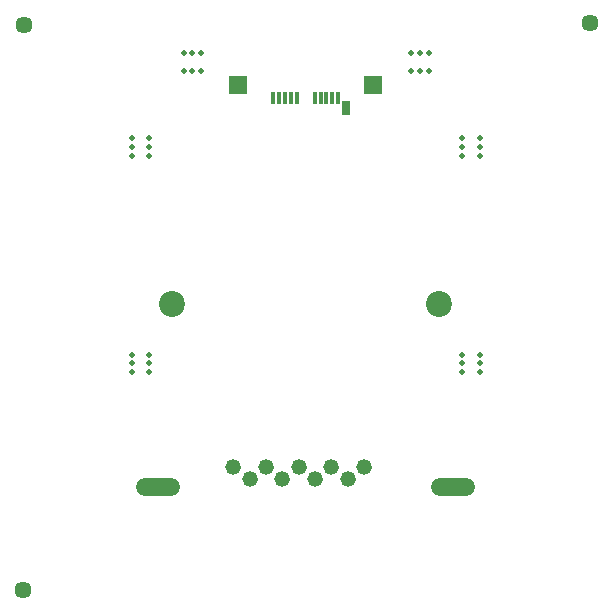
<source format=gbr>
%TF.GenerationSoftware,KiCad,Pcbnew,8.0.1*%
%TF.CreationDate,2024-04-01T09:21:36+11:00*%
%TF.ProjectId,DB9 RS232 Adapter,44423920-5253-4323-9332-204164617074,rev?*%
%TF.SameCoordinates,Original*%
%TF.FileFunction,Soldermask,Bot*%
%TF.FilePolarity,Negative*%
%FSLAX46Y46*%
G04 Gerber Fmt 4.6, Leading zero omitted, Abs format (unit mm)*
G04 Created by KiCad (PCBNEW 8.0.1) date 2024-04-01 09:21:36*
%MOMM*%
%LPD*%
G01*
G04 APERTURE LIST*
%ADD10C,0.500000*%
%ADD11C,2.200000*%
%ADD12C,1.448000*%
%ADD13R,0.300000X1.000000*%
%ADD14R,0.700000X1.150000*%
%ADD15C,1.320800*%
%ADD16O,3.750000X1.490600*%
%ADD17R,1.500000X1.500000*%
G04 APERTURE END LIST*
D10*
%TO.C,mouse-bite-2mm-slot*%
X217900000Y-97500000D03*
X219400000Y-97500000D03*
X217900000Y-96750000D03*
X219400000Y-96750000D03*
X217900000Y-96000000D03*
X219400000Y-96000000D03*
%TD*%
D11*
%TO.C,H2*%
X243940000Y-91710000D03*
%TD*%
D12*
%TO.C,REF\u002A\u002A*%
X208790000Y-68110000D03*
%TD*%
D10*
%TO.C,mouse-bite-2mm-slot*%
X243060000Y-71960000D03*
X243060000Y-70460000D03*
X242310000Y-71960000D03*
X242310000Y-70460000D03*
X241560000Y-71960000D03*
X241560000Y-70460000D03*
%TD*%
%TO.C,mouse-bite-2mm-slot*%
X217900000Y-79200000D03*
X219400000Y-79200000D03*
X217900000Y-78450000D03*
X219400000Y-78450000D03*
X217900000Y-77700000D03*
X219400000Y-77700000D03*
%TD*%
D13*
%TO.C,P1*%
X235390000Y-74250000D03*
X234890000Y-74250000D03*
X234390000Y-74250000D03*
X233890000Y-74250000D03*
X233390000Y-74250000D03*
X231890000Y-74250000D03*
X231390000Y-74250000D03*
X230890000Y-74250000D03*
X230390000Y-74250000D03*
X229890000Y-74250000D03*
D14*
X236060000Y-75090000D03*
%TD*%
D15*
%TO.C,J1*%
X237569999Y-105542999D03*
X234800000Y-105542999D03*
X232030000Y-105542999D03*
X229260000Y-105542999D03*
X226490001Y-105542999D03*
X236185001Y-106543000D03*
X233415001Y-106543000D03*
X230645001Y-106543000D03*
X227875002Y-106543000D03*
D16*
X245125000Y-107243000D03*
X220135000Y-107243000D03*
%TD*%
D10*
%TO.C,mouse-bite-2mm-slot*%
X245900000Y-79200000D03*
X247400000Y-79200000D03*
X245900000Y-78450000D03*
X247400000Y-78450000D03*
X245900000Y-77700000D03*
X247400000Y-77700000D03*
%TD*%
%TO.C,mouse-bite-2mm-slot*%
X223790000Y-71950000D03*
X223790000Y-70450000D03*
X223040000Y-71950000D03*
X223040000Y-70450000D03*
X222290000Y-71950000D03*
X222290000Y-70450000D03*
%TD*%
D11*
%TO.C,H1*%
X221340000Y-91710000D03*
%TD*%
D12*
%TO.C,REF\u002A\u002A*%
X256710000Y-67960000D03*
%TD*%
%TO.C,REF\u002A\u002A*%
X208710000Y-115920000D03*
%TD*%
D10*
%TO.C,mouse-bite-2mm-slot*%
X245900000Y-97500000D03*
X247400000Y-97500000D03*
X245900000Y-96750000D03*
X247400000Y-96750000D03*
X245900000Y-96000000D03*
X247400000Y-96000000D03*
%TD*%
D17*
%TO.C,TP4*%
X238340000Y-73210000D03*
%TD*%
%TO.C,TP2*%
X226940000Y-73210000D03*
%TD*%
M02*

</source>
